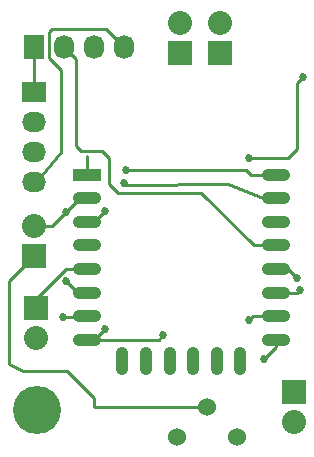
<source format=gbr>
G04 #@! TF.FileFunction,Copper,L1,Top,Signal*
%FSLAX46Y46*%
G04 Gerber Fmt 4.6, Leading zero omitted, Abs format (unit mm)*
G04 Created by KiCad (PCBNEW 4.0.2-4+6225~38~ubuntu14.04.1-stable) date mån 11 jul 2016 23:59:32*
%MOMM*%
G01*
G04 APERTURE LIST*
%ADD10C,0.100000*%
%ADD11O,1.100000X2.400000*%
%ADD12R,2.400000X1.100000*%
%ADD13O,2.400000X1.100000*%
%ADD14R,1.727200X2.032000*%
%ADD15O,1.727200X2.032000*%
%ADD16R,2.032000X2.032000*%
%ADD17O,2.032000X2.032000*%
%ADD18R,2.032000X1.727200*%
%ADD19O,2.032000X1.727200*%
%ADD20C,1.524000*%
%ADD21C,4.064000*%
%ADD22C,0.685800*%
%ADD23C,0.254000*%
%ADD24C,0.250000*%
G04 APERTURE END LIST*
D10*
D11*
X67760000Y-70360000D03*
X69760000Y-70360000D03*
X71760000Y-70360000D03*
X73760000Y-70360000D03*
X75760000Y-70360000D03*
X77760000Y-70360000D03*
D12*
X64770000Y-54610000D03*
D13*
X64770000Y-56610000D03*
X64770000Y-58610000D03*
X64770000Y-60610000D03*
X64770000Y-62610000D03*
X64770000Y-64610000D03*
X64770000Y-66610000D03*
X64770000Y-68610000D03*
X80770000Y-68610000D03*
X80770000Y-66610000D03*
X80770000Y-64610000D03*
X80770000Y-62610000D03*
X80770000Y-60610000D03*
X80770000Y-58610000D03*
X80770000Y-56610000D03*
X80770000Y-54610000D03*
D14*
X60325000Y-43815000D03*
D15*
X62865000Y-43815000D03*
X65405000Y-43815000D03*
X67945000Y-43815000D03*
D16*
X60325000Y-61468000D03*
D17*
X60325000Y-58928000D03*
D18*
X60325000Y-47625000D03*
D19*
X60325000Y-50165000D03*
X60325000Y-52705000D03*
X60325000Y-55245000D03*
D16*
X60452000Y-65913000D03*
D17*
X60452000Y-68453000D03*
D16*
X82296000Y-73025000D03*
D17*
X82296000Y-75565000D03*
D16*
X72644000Y-44323000D03*
D17*
X72644000Y-41783000D03*
D20*
X74930000Y-74295000D03*
X77470000Y-76835000D03*
X72390000Y-76835000D03*
D21*
X60579000Y-74549000D03*
D16*
X76073000Y-44323000D03*
D17*
X76073000Y-41783000D03*
D22*
X66294000Y-67691000D03*
X71247000Y-68199000D03*
X79756000Y-70231000D03*
X62992000Y-57785000D03*
X68072000Y-54229000D03*
X67894200Y-55321200D03*
X66294000Y-57658000D03*
X62992000Y-63627000D03*
X62738000Y-66675000D03*
X78486000Y-66929000D03*
X82804000Y-64389000D03*
X78486000Y-53213000D03*
X83058000Y-46355000D03*
X82550000Y-63373000D03*
D23*
X66294000Y-67691000D02*
X65375000Y-68610000D01*
X65375000Y-68610000D02*
X64770000Y-68610000D01*
X70836000Y-68610000D02*
X64770000Y-68610000D01*
X71247000Y-68199000D02*
X70836000Y-68610000D01*
D24*
X64770000Y-68610000D02*
X64770000Y-68580000D01*
X64770000Y-68580000D02*
X64770000Y-68610000D01*
X64770000Y-68610000D02*
X64770000Y-68580000D01*
X60325000Y-47625000D02*
X60325000Y-43815000D01*
D23*
X63881000Y-47625000D02*
X63881000Y-44831000D01*
X63881000Y-44831000D02*
X62865000Y-43815000D01*
X80770000Y-60610000D02*
X78898000Y-60610000D01*
X63881000Y-52197000D02*
X63881000Y-47625000D01*
X64262000Y-52578000D02*
X63881000Y-52197000D01*
X66040000Y-52578000D02*
X64262000Y-52578000D01*
X66675000Y-53213000D02*
X66040000Y-52578000D01*
X66675000Y-55372000D02*
X66675000Y-53213000D01*
X67437000Y-56134000D02*
X66675000Y-55372000D01*
X74422000Y-56134000D02*
X67437000Y-56134000D01*
X78898000Y-60610000D02*
X74422000Y-56134000D01*
X67945000Y-43815000D02*
X66675000Y-42545000D01*
X61595000Y-44704000D02*
X62611000Y-45720000D01*
X61595000Y-42545000D02*
X61595000Y-44704000D01*
X61849000Y-42291000D02*
X61595000Y-42545000D01*
X66421000Y-42291000D02*
X61849000Y-42291000D01*
X66675000Y-42545000D02*
X66421000Y-42291000D01*
X80770000Y-69217000D02*
X80770000Y-68610000D01*
X79756000Y-70231000D02*
X80770000Y-69217000D01*
D24*
X60452000Y-55245000D02*
X62611000Y-52705000D01*
X62611000Y-52705000D02*
X62611000Y-51689000D01*
X62611000Y-51689000D02*
X62611000Y-45720000D01*
X60325000Y-55245000D02*
X60452000Y-55245000D01*
X80770000Y-68610000D02*
X80772000Y-68580000D01*
X80772000Y-68580000D02*
X80770000Y-68610000D01*
D23*
X65405000Y-74295000D02*
X65405000Y-73533000D01*
X63119000Y-71247000D02*
X59370310Y-71247000D01*
X65405000Y-73533000D02*
X63119000Y-71247000D01*
X74930000Y-74295000D02*
X65405000Y-74295000D01*
X58166000Y-63627000D02*
X60325000Y-61468000D01*
X58166000Y-70612000D02*
X58166000Y-63627000D01*
X59370310Y-71247000D02*
X58166000Y-70612000D01*
X60325000Y-58928000D02*
X61849000Y-58928000D01*
X61849000Y-58928000D02*
X62992000Y-57785000D01*
X62992000Y-57785000D02*
X64167000Y-56610000D01*
X64167000Y-56610000D02*
X64770000Y-56610000D01*
D24*
X80770000Y-54610000D02*
X78663800Y-54610000D01*
X78232000Y-54229000D02*
X68072000Y-54229000D01*
X78663800Y-54610000D02*
X78232000Y-54229000D01*
D23*
X68072000Y-55499000D02*
X67894200Y-55321200D01*
X76706031Y-55366700D02*
X68072000Y-55499000D01*
X79647800Y-56610000D02*
X76706031Y-55366700D01*
X80770000Y-56610000D02*
X79647800Y-56610000D01*
X60452000Y-65913000D02*
X60452000Y-65151000D01*
X60452000Y-65151000D02*
X62993000Y-62610000D01*
X62993000Y-62610000D02*
X64770000Y-62610000D01*
D24*
X64770000Y-62610000D02*
X63981600Y-62610000D01*
D23*
X66294000Y-57658000D02*
X65342000Y-58610000D01*
X65342000Y-58610000D02*
X64770000Y-58610000D01*
D24*
X64770000Y-58610000D02*
X65723000Y-58610000D01*
D23*
X62992000Y-63627000D02*
X63975000Y-64610000D01*
X63975000Y-64610000D02*
X64770000Y-64610000D01*
D24*
X64770000Y-64610000D02*
X63990200Y-64610000D01*
X62738000Y-66675000D02*
X62611000Y-66548000D01*
X62611000Y-66548000D02*
X62738000Y-66675000D01*
X64770000Y-66610000D02*
X64770000Y-66675000D01*
X64730400Y-66714600D02*
X62738000Y-66675000D01*
X62738000Y-66675000D02*
X62738000Y-66700400D01*
X64770000Y-66675000D02*
X64730400Y-66714600D01*
D23*
X78486000Y-66929000D02*
X78805000Y-66610000D01*
X78805000Y-66610000D02*
X80770000Y-66610000D01*
X82804000Y-64389000D02*
X82583000Y-64610000D01*
X82583000Y-64610000D02*
X80770000Y-64610000D01*
X81788000Y-53213000D02*
X78486000Y-53213000D01*
X82550000Y-52451000D02*
X81788000Y-53213000D01*
X82550000Y-46863000D02*
X82550000Y-52451000D01*
X83058000Y-46355000D02*
X82550000Y-46863000D01*
X80770000Y-62610000D02*
X81787000Y-62610000D01*
X81787000Y-62610000D02*
X82550000Y-63373000D01*
D24*
X80059800Y-62610000D02*
X80770000Y-62610000D01*
X64770000Y-54610000D02*
X65278000Y-54610000D01*
X64770000Y-53060600D02*
X64770000Y-53086000D01*
X64770000Y-53086000D02*
X64770000Y-54610000D01*
X64770000Y-60610000D02*
X65664600Y-60610000D01*
M02*

</source>
